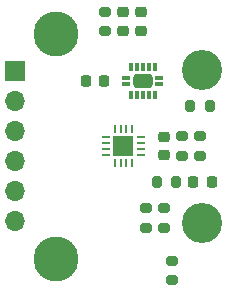
<source format=gbr>
%TF.GenerationSoftware,KiCad,Pcbnew,9.0.4-9.0.4-0~ubuntu24.04.1*%
%TF.CreationDate,2025-09-20T10:39:05-07:00*%
%TF.ProjectId,mag-encoder,6d61672d-656e-4636-9f64-65722e6b6963,1*%
%TF.SameCoordinates,Original*%
%TF.FileFunction,Soldermask,Bot*%
%TF.FilePolarity,Negative*%
%FSLAX46Y46*%
G04 Gerber Fmt 4.6, Leading zero omitted, Abs format (unit mm)*
G04 Created by KiCad (PCBNEW 9.0.4-9.0.4-0~ubuntu24.04.1) date 2025-09-20 10:39:05*
%MOMM*%
%LPD*%
G01*
G04 APERTURE LIST*
G04 Aperture macros list*
%AMRoundRect*
0 Rectangle with rounded corners*
0 $1 Rounding radius*
0 $2 $3 $4 $5 $6 $7 $8 $9 X,Y pos of 4 corners*
0 Add a 4 corners polygon primitive as box body*
4,1,4,$2,$3,$4,$5,$6,$7,$8,$9,$2,$3,0*
0 Add four circle primitives for the rounded corners*
1,1,$1+$1,$2,$3*
1,1,$1+$1,$4,$5*
1,1,$1+$1,$6,$7*
1,1,$1+$1,$8,$9*
0 Add four rect primitives between the rounded corners*
20,1,$1+$1,$2,$3,$4,$5,0*
20,1,$1+$1,$4,$5,$6,$7,0*
20,1,$1+$1,$6,$7,$8,$9,0*
20,1,$1+$1,$8,$9,$2,$3,0*%
G04 Aperture macros list end*
%ADD10C,3.810000*%
%ADD11C,3.400000*%
%ADD12R,1.700000X1.700000*%
%ADD13O,1.700000X1.700000*%
%ADD14RoundRect,0.200000X-0.275000X0.200000X-0.275000X-0.200000X0.275000X-0.200000X0.275000X0.200000X0*%
%ADD15RoundRect,0.225000X0.250000X-0.225000X0.250000X0.225000X-0.250000X0.225000X-0.250000X-0.225000X0*%
%ADD16RoundRect,0.225000X-0.250000X0.225000X-0.250000X-0.225000X0.250000X-0.225000X0.250000X0.225000X0*%
%ADD17RoundRect,0.078000X0.292000X0.117000X-0.292000X0.117000X-0.292000X-0.117000X0.292000X-0.117000X0*%
%ADD18RoundRect,0.078000X-0.117000X0.292000X-0.117000X-0.292000X0.117000X-0.292000X0.117000X0.292000X0*%
%ADD19RoundRect,0.228000X-0.592000X0.342000X-0.592000X-0.342000X0.592000X-0.342000X0.592000X0.342000X0*%
%ADD20RoundRect,0.225000X0.225000X0.250000X-0.225000X0.250000X-0.225000X-0.250000X0.225000X-0.250000X0*%
%ADD21RoundRect,0.200000X0.275000X-0.200000X0.275000X0.200000X-0.275000X0.200000X-0.275000X-0.200000X0*%
%ADD22RoundRect,0.225000X-0.225000X-0.250000X0.225000X-0.250000X0.225000X0.250000X-0.225000X0.250000X0*%
%ADD23RoundRect,0.200000X-0.200000X-0.275000X0.200000X-0.275000X0.200000X0.275000X-0.200000X0.275000X0*%
%ADD24RoundRect,0.062500X-0.287500X-0.062500X0.287500X-0.062500X0.287500X0.062500X-0.287500X0.062500X0*%
%ADD25RoundRect,0.062500X-0.062500X-0.287500X0.062500X-0.287500X0.062500X0.287500X-0.062500X0.287500X0*%
G04 APERTURE END LIST*
D10*
%TO.C,H1*%
X224840800Y-114046000D03*
%TD*%
D11*
%TO.C,J2*%
X237177800Y-130051000D03*
X237177800Y-117091000D03*
%TD*%
D12*
%TO.C,J1*%
X221411800Y-117221000D03*
D13*
X221411800Y-119761000D03*
X221411800Y-122301000D03*
X221411800Y-124841000D03*
X221411800Y-127381000D03*
X221411800Y-129921000D03*
%TD*%
D10*
%TO.C,H2*%
X224840800Y-133096000D03*
%TD*%
D14*
%TO.C,R3*%
X235508800Y-122746000D03*
X235508800Y-124396000D03*
%TD*%
D15*
%TO.C,C2*%
X233984800Y-124346000D03*
X233984800Y-122796000D03*
%TD*%
D16*
%TO.C,C4*%
X230505000Y-112255000D03*
X230505000Y-113805000D03*
%TD*%
D17*
%TO.C,U2*%
X230806800Y-117809200D03*
D18*
X231206800Y-116909200D03*
X231706800Y-116909200D03*
X232206800Y-116909200D03*
X232706800Y-116909200D03*
X233206800Y-116909200D03*
D17*
X233606800Y-117809200D03*
X233606800Y-118309200D03*
D18*
X233206800Y-119209200D03*
X232706800Y-119209200D03*
X232206800Y-119209200D03*
X231706800Y-119209200D03*
X231206800Y-119209200D03*
D17*
X230806800Y-118309200D03*
D19*
X232206800Y-118059200D03*
%TD*%
D14*
%TO.C,R7*%
X232460800Y-128842000D03*
X232460800Y-130492000D03*
%TD*%
D20*
%TO.C,C5*%
X228917800Y-118059200D03*
X227367800Y-118059200D03*
%TD*%
D21*
%TO.C,R5*%
X234696000Y-134937000D03*
X234696000Y-133287000D03*
%TD*%
D14*
%TO.C,R2*%
X237032800Y-122746000D03*
X237032800Y-124396000D03*
%TD*%
D22*
%TO.C,C1*%
X236461000Y-126619000D03*
X238011000Y-126619000D03*
%TD*%
D23*
%TO.C,R1*%
X236207800Y-120142000D03*
X237857800Y-120142000D03*
%TD*%
%TO.C,R4*%
X233363000Y-126619000D03*
X235013000Y-126619000D03*
%TD*%
D16*
%TO.C,C3*%
X232029000Y-112255000D03*
X232029000Y-113805000D03*
%TD*%
D24*
%TO.C,U3*%
X229105800Y-124309000D03*
X229105800Y-123809000D03*
X229105800Y-123309000D03*
X229105800Y-122809000D03*
D25*
X229805800Y-122121000D03*
X230305800Y-122121000D03*
X230805800Y-122121000D03*
X231305800Y-122121000D03*
D24*
X232005800Y-122821000D03*
X232005800Y-123321000D03*
X232005800Y-123821000D03*
X232005800Y-124321000D03*
D25*
X231305800Y-125021000D03*
X230805800Y-125021000D03*
X230305800Y-125021000D03*
X229805800Y-125021000D03*
D12*
X230555800Y-123571000D03*
%TD*%
D14*
%TO.C,R6*%
X233984800Y-128842000D03*
X233984800Y-130492000D03*
%TD*%
%TO.C,R8*%
X228981000Y-112205000D03*
X228981000Y-113855000D03*
%TD*%
M02*

</source>
